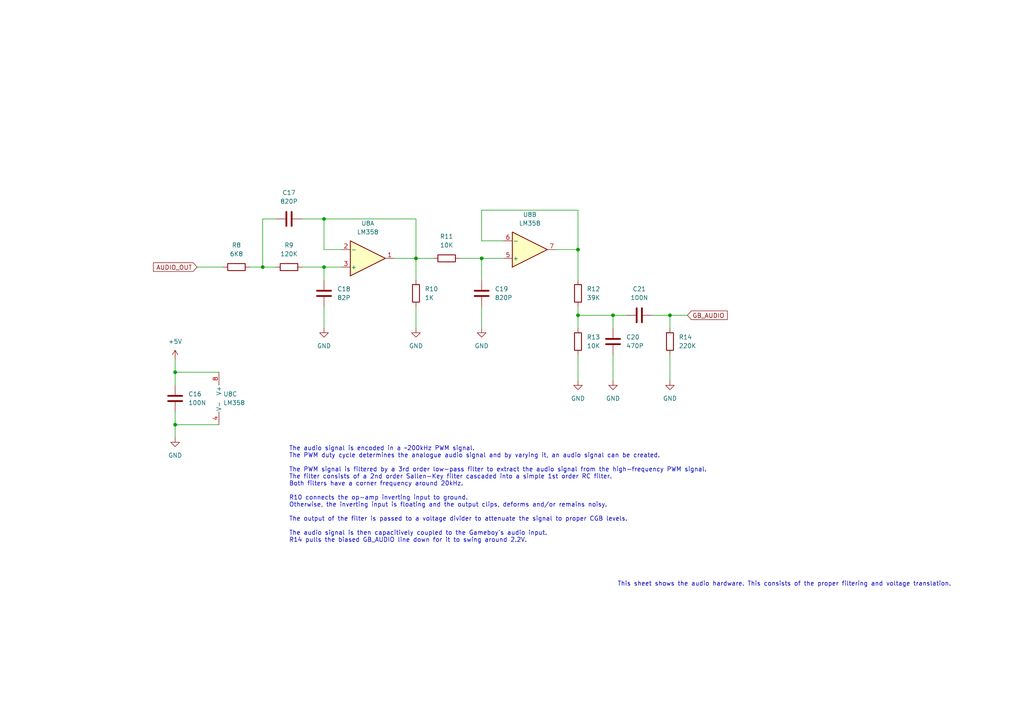
<source format=kicad_sch>
(kicad_sch (version 20211123) (generator eeschema)

  (uuid 8d9fc4b9-2b24-438f-b395-fa5c1c40ec4b)

  (paper "A4")

  (title_block
    (title "Audio")
  )

  (lib_symbols
    (symbol "Amplifier_Operational:LM358" (pin_names (offset 0.127)) (in_bom yes) (on_board yes)
      (property "Reference" "U" (id 0) (at 0 5.08 0)
        (effects (font (size 1.27 1.27)) (justify left))
      )
      (property "Value" "LM358" (id 1) (at 0 -5.08 0)
        (effects (font (size 1.27 1.27)) (justify left))
      )
      (property "Footprint" "" (id 2) (at 0 0 0)
        (effects (font (size 1.27 1.27)) hide)
      )
      (property "Datasheet" "http://www.ti.com/lit/ds/symlink/lm2904-n.pdf" (id 3) (at 0 0 0)
        (effects (font (size 1.27 1.27)) hide)
      )
      (property "ki_locked" "" (id 4) (at 0 0 0)
        (effects (font (size 1.27 1.27)))
      )
      (property "ki_keywords" "dual opamp" (id 5) (at 0 0 0)
        (effects (font (size 1.27 1.27)) hide)
      )
      (property "ki_description" "Low-Power, Dual Operational Amplifiers, DIP-8/SOIC-8/TO-99-8" (id 6) (at 0 0 0)
        (effects (font (size 1.27 1.27)) hide)
      )
      (property "ki_fp_filters" "SOIC*3.9x4.9mm*P1.27mm* DIP*W7.62mm* TO*99* OnSemi*Micro8* TSSOP*3x3mm*P0.65mm* TSSOP*4.4x3mm*P0.65mm* MSOP*3x3mm*P0.65mm* SSOP*3.9x4.9mm*P0.635mm* LFCSP*2x2mm*P0.5mm* *SIP* SOIC*5.3x6.2mm*P1.27mm*" (id 7) (at 0 0 0)
        (effects (font (size 1.27 1.27)) hide)
      )
      (symbol "LM358_1_1"
        (polyline
          (pts
            (xy -5.08 5.08)
            (xy 5.08 0)
            (xy -5.08 -5.08)
            (xy -5.08 5.08)
          )
          (stroke (width 0.254) (type default) (color 0 0 0 0))
          (fill (type background))
        )
        (pin output line (at 7.62 0 180) (length 2.54)
          (name "~" (effects (font (size 1.27 1.27))))
          (number "1" (effects (font (size 1.27 1.27))))
        )
        (pin input line (at -7.62 -2.54 0) (length 2.54)
          (name "-" (effects (font (size 1.27 1.27))))
          (number "2" (effects (font (size 1.27 1.27))))
        )
        (pin input line (at -7.62 2.54 0) (length 2.54)
          (name "+" (effects (font (size 1.27 1.27))))
          (number "3" (effects (font (size 1.27 1.27))))
        )
      )
      (symbol "LM358_2_1"
        (polyline
          (pts
            (xy -5.08 5.08)
            (xy 5.08 0)
            (xy -5.08 -5.08)
            (xy -5.08 5.08)
          )
          (stroke (width 0.254) (type default) (color 0 0 0 0))
          (fill (type background))
        )
        (pin input line (at -7.62 2.54 0) (length 2.54)
          (name "+" (effects (font (size 1.27 1.27))))
          (number "5" (effects (font (size 1.27 1.27))))
        )
        (pin input line (at -7.62 -2.54 0) (length 2.54)
          (name "-" (effects (font (size 1.27 1.27))))
          (number "6" (effects (font (size 1.27 1.27))))
        )
        (pin output line (at 7.62 0 180) (length 2.54)
          (name "~" (effects (font (size 1.27 1.27))))
          (number "7" (effects (font (size 1.27 1.27))))
        )
      )
      (symbol "LM358_3_1"
        (pin power_in line (at -2.54 -7.62 90) (length 3.81)
          (name "V-" (effects (font (size 1.27 1.27))))
          (number "4" (effects (font (size 1.27 1.27))))
        )
        (pin power_in line (at -2.54 7.62 270) (length 3.81)
          (name "V+" (effects (font (size 1.27 1.27))))
          (number "8" (effects (font (size 1.27 1.27))))
        )
      )
    )
    (symbol "Device:C" (pin_numbers hide) (pin_names (offset 0.254)) (in_bom yes) (on_board yes)
      (property "Reference" "C" (id 0) (at 0.635 2.54 0)
        (effects (font (size 1.27 1.27)) (justify left))
      )
      (property "Value" "C" (id 1) (at 0.635 -2.54 0)
        (effects (font (size 1.27 1.27)) (justify left))
      )
      (property "Footprint" "" (id 2) (at 0.9652 -3.81 0)
        (effects (font (size 1.27 1.27)) hide)
      )
      (property "Datasheet" "~" (id 3) (at 0 0 0)
        (effects (font (size 1.27 1.27)) hide)
      )
      (property "ki_keywords" "cap capacitor" (id 4) (at 0 0 0)
        (effects (font (size 1.27 1.27)) hide)
      )
      (property "ki_description" "Unpolarized capacitor" (id 5) (at 0 0 0)
        (effects (font (size 1.27 1.27)) hide)
      )
      (property "ki_fp_filters" "C_*" (id 6) (at 0 0 0)
        (effects (font (size 1.27 1.27)) hide)
      )
      (symbol "C_0_1"
        (polyline
          (pts
            (xy -2.032 -0.762)
            (xy 2.032 -0.762)
          )
          (stroke (width 0.508) (type default) (color 0 0 0 0))
          (fill (type none))
        )
        (polyline
          (pts
            (xy -2.032 0.762)
            (xy 2.032 0.762)
          )
          (stroke (width 0.508) (type default) (color 0 0 0 0))
          (fill (type none))
        )
      )
      (symbol "C_1_1"
        (pin passive line (at 0 3.81 270) (length 2.794)
          (name "~" (effects (font (size 1.27 1.27))))
          (number "1" (effects (font (size 1.27 1.27))))
        )
        (pin passive line (at 0 -3.81 90) (length 2.794)
          (name "~" (effects (font (size 1.27 1.27))))
          (number "2" (effects (font (size 1.27 1.27))))
        )
      )
    )
    (symbol "Device:R" (pin_numbers hide) (pin_names (offset 0)) (in_bom yes) (on_board yes)
      (property "Reference" "R" (id 0) (at 2.032 0 90)
        (effects (font (size 1.27 1.27)))
      )
      (property "Value" "R" (id 1) (at 0 0 90)
        (effects (font (size 1.27 1.27)))
      )
      (property "Footprint" "" (id 2) (at -1.778 0 90)
        (effects (font (size 1.27 1.27)) hide)
      )
      (property "Datasheet" "~" (id 3) (at 0 0 0)
        (effects (font (size 1.27 1.27)) hide)
      )
      (property "ki_keywords" "R res resistor" (id 4) (at 0 0 0)
        (effects (font (size 1.27 1.27)) hide)
      )
      (property "ki_description" "Resistor" (id 5) (at 0 0 0)
        (effects (font (size 1.27 1.27)) hide)
      )
      (property "ki_fp_filters" "R_*" (id 6) (at 0 0 0)
        (effects (font (size 1.27 1.27)) hide)
      )
      (symbol "R_0_1"
        (rectangle (start -1.016 -2.54) (end 1.016 2.54)
          (stroke (width 0.254) (type default) (color 0 0 0 0))
          (fill (type none))
        )
      )
      (symbol "R_1_1"
        (pin passive line (at 0 3.81 270) (length 1.27)
          (name "~" (effects (font (size 1.27 1.27))))
          (number "1" (effects (font (size 1.27 1.27))))
        )
        (pin passive line (at 0 -3.81 90) (length 1.27)
          (name "~" (effects (font (size 1.27 1.27))))
          (number "2" (effects (font (size 1.27 1.27))))
        )
      )
    )
    (symbol "power:+5V" (power) (pin_names (offset 0)) (in_bom yes) (on_board yes)
      (property "Reference" "#PWR" (id 0) (at 0 -3.81 0)
        (effects (font (size 1.27 1.27)) hide)
      )
      (property "Value" "+5V" (id 1) (at 0 3.556 0)
        (effects (font (size 1.27 1.27)))
      )
      (property "Footprint" "" (id 2) (at 0 0 0)
        (effects (font (size 1.27 1.27)) hide)
      )
      (property "Datasheet" "" (id 3) (at 0 0 0)
        (effects (font (size 1.27 1.27)) hide)
      )
      (property "ki_keywords" "power-flag" (id 4) (at 0 0 0)
        (effects (font (size 1.27 1.27)) hide)
      )
      (property "ki_description" "Power symbol creates a global label with name \"+5V\"" (id 5) (at 0 0 0)
        (effects (font (size 1.27 1.27)) hide)
      )
      (symbol "+5V_0_1"
        (polyline
          (pts
            (xy -0.762 1.27)
            (xy 0 2.54)
          )
          (stroke (width 0) (type default) (color 0 0 0 0))
          (fill (type none))
        )
        (polyline
          (pts
            (xy 0 0)
            (xy 0 2.54)
          )
          (stroke (width 0) (type default) (color 0 0 0 0))
          (fill (type none))
        )
        (polyline
          (pts
            (xy 0 2.54)
            (xy 0.762 1.27)
          )
          (stroke (width 0) (type default) (color 0 0 0 0))
          (fill (type none))
        )
      )
      (symbol "+5V_1_1"
        (pin power_in line (at 0 0 90) (length 0) hide
          (name "+5V" (effects (font (size 1.27 1.27))))
          (number "1" (effects (font (size 1.27 1.27))))
        )
      )
    )
    (symbol "power:GND" (power) (pin_names (offset 0)) (in_bom yes) (on_board yes)
      (property "Reference" "#PWR" (id 0) (at 0 -6.35 0)
        (effects (font (size 1.27 1.27)) hide)
      )
      (property "Value" "GND" (id 1) (at 0 -3.81 0)
        (effects (font (size 1.27 1.27)))
      )
      (property "Footprint" "" (id 2) (at 0 0 0)
        (effects (font (size 1.27 1.27)) hide)
      )
      (property "Datasheet" "" (id 3) (at 0 0 0)
        (effects (font (size 1.27 1.27)) hide)
      )
      (property "ki_keywords" "power-flag" (id 4) (at 0 0 0)
        (effects (font (size 1.27 1.27)) hide)
      )
      (property "ki_description" "Power symbol creates a global label with name \"GND\" , ground" (id 5) (at 0 0 0)
        (effects (font (size 1.27 1.27)) hide)
      )
      (symbol "GND_0_1"
        (polyline
          (pts
            (xy 0 0)
            (xy 0 -1.27)
            (xy 1.27 -1.27)
            (xy 0 -2.54)
            (xy -1.27 -1.27)
            (xy 0 -1.27)
          )
          (stroke (width 0) (type default) (color 0 0 0 0))
          (fill (type none))
        )
      )
      (symbol "GND_1_1"
        (pin power_in line (at 0 0 270) (length 0) hide
          (name "GND" (effects (font (size 1.27 1.27))))
          (number "1" (effects (font (size 1.27 1.27))))
        )
      )
    )
  )

  (junction (at 167.64 72.39) (diameter 0) (color 0 0 0 0)
    (uuid 22d96199-75fc-4d1d-9e36-a7d72f0e8bf9)
  )
  (junction (at 50.8 123.19) (diameter 0) (color 0 0 0 0)
    (uuid 2ace7d07-a778-4a8d-9ff7-8ca637e5fec6)
  )
  (junction (at 194.31 91.44) (diameter 0) (color 0 0 0 0)
    (uuid 3e1045a4-4e56-4c71-bcb5-4f3177c0c162)
  )
  (junction (at 93.98 63.5) (diameter 0) (color 0 0 0 0)
    (uuid 401cca75-af61-4c02-8591-ece8441514ed)
  )
  (junction (at 76.2 77.47) (diameter 0) (color 0 0 0 0)
    (uuid 4501dd8a-96c9-486f-812e-127e537e9e86)
  )
  (junction (at 93.98 77.47) (diameter 0) (color 0 0 0 0)
    (uuid 69450348-f90f-44c1-a4d9-7eac5a88c922)
  )
  (junction (at 167.64 91.44) (diameter 0) (color 0 0 0 0)
    (uuid 85b96d91-db7a-4de7-b32d-f36ef8d92fbc)
  )
  (junction (at 50.8 107.95) (diameter 0) (color 0 0 0 0)
    (uuid 9bca7e18-032c-4a8a-b093-b503965c4dfd)
  )
  (junction (at 139.7 74.93) (diameter 0) (color 0 0 0 0)
    (uuid 9ce051ab-177b-4f7d-ae8e-0d8c3f7ec8b0)
  )
  (junction (at 177.8 91.44) (diameter 0) (color 0 0 0 0)
    (uuid cffea27d-01ba-477b-bfed-1b39847d998a)
  )
  (junction (at 120.65 74.93) (diameter 0) (color 0 0 0 0)
    (uuid d231fd47-6ea3-4418-a704-d1c38cb208d6)
  )

  (wire (pts (xy 139.7 74.93) (xy 146.05 74.93))
    (stroke (width 0) (type default) (color 0 0 0 0))
    (uuid 03089215-ad63-45e5-a8d8-ce7214b39bc0)
  )
  (wire (pts (xy 76.2 77.47) (xy 80.01 77.47))
    (stroke (width 0) (type default) (color 0 0 0 0))
    (uuid 0f788854-5962-41af-a757-6386729169fd)
  )
  (wire (pts (xy 93.98 77.47) (xy 99.06 77.47))
    (stroke (width 0) (type default) (color 0 0 0 0))
    (uuid 1678968f-968d-4377-b10a-0e188d6c4eb3)
  )
  (wire (pts (xy 87.63 77.47) (xy 93.98 77.47))
    (stroke (width 0) (type default) (color 0 0 0 0))
    (uuid 18d52ccf-7138-4c41-a6ae-7042add12373)
  )
  (wire (pts (xy 194.31 91.44) (xy 194.31 95.25))
    (stroke (width 0) (type default) (color 0 0 0 0))
    (uuid 19e6060e-d49b-4704-940e-b45128c9c82d)
  )
  (wire (pts (xy 76.2 63.5) (xy 76.2 77.47))
    (stroke (width 0) (type default) (color 0 0 0 0))
    (uuid 1a4256bb-4e62-4a7f-a888-6550c98dcb2f)
  )
  (wire (pts (xy 177.8 91.44) (xy 181.61 91.44))
    (stroke (width 0) (type default) (color 0 0 0 0))
    (uuid 1c8d286e-2957-495d-a7b7-689f829fc943)
  )
  (wire (pts (xy 161.29 72.39) (xy 167.64 72.39))
    (stroke (width 0) (type default) (color 0 0 0 0))
    (uuid 1edd1ee1-c040-45b0-a4be-f146b0c9c4c4)
  )
  (wire (pts (xy 177.8 102.87) (xy 177.8 110.49))
    (stroke (width 0) (type default) (color 0 0 0 0))
    (uuid 1ee6202b-a7a7-45dc-bfb5-70d440f34b9b)
  )
  (wire (pts (xy 120.65 63.5) (xy 120.65 74.93))
    (stroke (width 0) (type default) (color 0 0 0 0))
    (uuid 23fcf0b2-2346-46da-ac00-a0f5af2a5fce)
  )
  (wire (pts (xy 80.01 63.5) (xy 76.2 63.5))
    (stroke (width 0) (type default) (color 0 0 0 0))
    (uuid 25a096a9-6072-4151-97a1-3d9c3ee176ac)
  )
  (wire (pts (xy 93.98 77.47) (xy 93.98 81.28))
    (stroke (width 0) (type default) (color 0 0 0 0))
    (uuid 2d1794e3-325a-42c4-9811-b04af534367b)
  )
  (wire (pts (xy 120.65 74.93) (xy 120.65 81.28))
    (stroke (width 0) (type default) (color 0 0 0 0))
    (uuid 2f4cf114-c70a-4f09-9cab-7263e89402a2)
  )
  (wire (pts (xy 167.64 91.44) (xy 177.8 91.44))
    (stroke (width 0) (type default) (color 0 0 0 0))
    (uuid 3dd13f9c-ffc7-409b-b096-a3014ce942a9)
  )
  (wire (pts (xy 120.65 88.9) (xy 120.65 95.25))
    (stroke (width 0) (type default) (color 0 0 0 0))
    (uuid 41bb2445-06f9-41d7-b3d9-46ff00623194)
  )
  (wire (pts (xy 139.7 69.85) (xy 139.7 60.96))
    (stroke (width 0) (type default) (color 0 0 0 0))
    (uuid 48716155-f70c-423a-8030-4a2d322cc6d9)
  )
  (wire (pts (xy 133.35 74.93) (xy 139.7 74.93))
    (stroke (width 0) (type default) (color 0 0 0 0))
    (uuid 48dde2c6-31e6-4369-b290-892e13a0fdd8)
  )
  (wire (pts (xy 177.8 95.25) (xy 177.8 91.44))
    (stroke (width 0) (type default) (color 0 0 0 0))
    (uuid 4b2b15a0-55ff-4e43-86e8-289c7715a987)
  )
  (wire (pts (xy 50.8 119.38) (xy 50.8 123.19))
    (stroke (width 0) (type default) (color 0 0 0 0))
    (uuid 4fa95655-8496-43ca-9a89-4a7730131bc4)
  )
  (wire (pts (xy 120.65 74.93) (xy 125.73 74.93))
    (stroke (width 0) (type default) (color 0 0 0 0))
    (uuid 5e98ab67-c7f9-4360-8814-5b010397294d)
  )
  (wire (pts (xy 139.7 88.9) (xy 139.7 95.25))
    (stroke (width 0) (type default) (color 0 0 0 0))
    (uuid 612a4aec-f3a8-47dd-ad35-fd33c3563abb)
  )
  (wire (pts (xy 57.15 77.47) (xy 64.77 77.47))
    (stroke (width 0) (type default) (color 0 0 0 0))
    (uuid 638379e3-17b5-45a5-abc2-947c0cee52fa)
  )
  (wire (pts (xy 146.05 69.85) (xy 139.7 69.85))
    (stroke (width 0) (type default) (color 0 0 0 0))
    (uuid 642208bc-3794-4853-aa84-c99b79d3f9cb)
  )
  (wire (pts (xy 50.8 123.19) (xy 63.5 123.19))
    (stroke (width 0) (type default) (color 0 0 0 0))
    (uuid 69a35e49-220f-4795-bd90-ae0eeeb9e9eb)
  )
  (wire (pts (xy 139.7 74.93) (xy 139.7 81.28))
    (stroke (width 0) (type default) (color 0 0 0 0))
    (uuid 7c85e799-636d-47ed-a631-27fb7a52dd3e)
  )
  (wire (pts (xy 93.98 63.5) (xy 93.98 72.39))
    (stroke (width 0) (type default) (color 0 0 0 0))
    (uuid 7dc5758a-eae1-46fe-9162-de433262c1b0)
  )
  (wire (pts (xy 50.8 123.19) (xy 50.8 127))
    (stroke (width 0) (type default) (color 0 0 0 0))
    (uuid 7e11e45a-f747-40a7-a9a2-88b65c340d97)
  )
  (wire (pts (xy 63.5 107.95) (xy 50.8 107.95))
    (stroke (width 0) (type default) (color 0 0 0 0))
    (uuid 8971744b-6738-40c4-b9cb-22738f945495)
  )
  (wire (pts (xy 167.64 72.39) (xy 167.64 81.28))
    (stroke (width 0) (type default) (color 0 0 0 0))
    (uuid 8aa285fd-525c-47db-810d-ca501ce14e53)
  )
  (wire (pts (xy 167.64 91.44) (xy 167.64 95.25))
    (stroke (width 0) (type default) (color 0 0 0 0))
    (uuid 8d2e0e54-2cbd-495a-8c68-470d0844f39e)
  )
  (wire (pts (xy 93.98 63.5) (xy 120.65 63.5))
    (stroke (width 0) (type default) (color 0 0 0 0))
    (uuid 96667262-d5d4-4ca3-a072-28c4c577591a)
  )
  (wire (pts (xy 99.06 72.39) (xy 93.98 72.39))
    (stroke (width 0) (type default) (color 0 0 0 0))
    (uuid a3e26b22-8c77-4821-916e-207e2f4c4249)
  )
  (wire (pts (xy 167.64 88.9) (xy 167.64 91.44))
    (stroke (width 0) (type default) (color 0 0 0 0))
    (uuid a47eacaf-46ff-45d9-9c65-d3f675b8160a)
  )
  (wire (pts (xy 194.31 102.87) (xy 194.31 110.49))
    (stroke (width 0) (type default) (color 0 0 0 0))
    (uuid b77b8273-2316-4440-9728-1f7ab82b5d5e)
  )
  (wire (pts (xy 87.63 63.5) (xy 93.98 63.5))
    (stroke (width 0) (type default) (color 0 0 0 0))
    (uuid c38dde55-8a55-4f7a-b4ae-77a6f1099869)
  )
  (wire (pts (xy 93.98 88.9) (xy 93.98 95.25))
    (stroke (width 0) (type default) (color 0 0 0 0))
    (uuid c81d5e3a-edae-43ec-a2c3-8fc32d02ff53)
  )
  (wire (pts (xy 167.64 102.87) (xy 167.64 110.49))
    (stroke (width 0) (type default) (color 0 0 0 0))
    (uuid ce907233-dc7d-4434-b95a-5a8793282ec3)
  )
  (wire (pts (xy 114.3 74.93) (xy 120.65 74.93))
    (stroke (width 0) (type default) (color 0 0 0 0))
    (uuid cee87cd8-445d-490c-950c-5524084d1a99)
  )
  (wire (pts (xy 189.23 91.44) (xy 194.31 91.44))
    (stroke (width 0) (type default) (color 0 0 0 0))
    (uuid d6c7847a-6d53-4a77-9aea-b2c95b8aa8ae)
  )
  (wire (pts (xy 167.64 60.96) (xy 167.64 72.39))
    (stroke (width 0) (type default) (color 0 0 0 0))
    (uuid da505601-6dd1-493e-ac26-0e94718e2389)
  )
  (wire (pts (xy 50.8 107.95) (xy 50.8 111.76))
    (stroke (width 0) (type default) (color 0 0 0 0))
    (uuid dde82722-f968-4efe-90c6-acc1199746d2)
  )
  (wire (pts (xy 194.31 91.44) (xy 199.39 91.44))
    (stroke (width 0) (type default) (color 0 0 0 0))
    (uuid e0bdae0a-e4f3-4e1c-a52d-73123fc78c17)
  )
  (wire (pts (xy 139.7 60.96) (xy 167.64 60.96))
    (stroke (width 0) (type default) (color 0 0 0 0))
    (uuid e9d6bb95-c949-4bf2-b502-19ac74a12861)
  )
  (wire (pts (xy 72.39 77.47) (xy 76.2 77.47))
    (stroke (width 0) (type default) (color 0 0 0 0))
    (uuid f7b46ddd-60e6-4ceb-b8cd-b319edc41f8b)
  )
  (wire (pts (xy 50.8 104.14) (xy 50.8 107.95))
    (stroke (width 0) (type default) (color 0 0 0 0))
    (uuid fb786158-d40e-424f-a075-be0da2ccf06a)
  )

  (text "This sheet shows the audio hardware. This consists of the proper filtering and voltage translation."
    (at 179.07 170.18 0)
    (effects (font (size 1.27 1.27)) (justify left bottom))
    (uuid 0e673c4d-a7bb-4ddb-9091-3a0d239be11d)
  )
  (text "The audio signal is encoded in a ~200kHz PWM signal.\nThe PWM duty cycle determines the analogue audio signal and by varying it, an audio signal can be created.\n\nThe PWM signal is filtered by a 3rd order low-pass filter to extract the audio signal from the high-frequency PWM signal.\nThe filter consists of a 2nd order Sallen-Key filter cascaded into a simple 1st order RC filter.\nBoth filters have a corner frequency around 20kHz.\n\nR10 connects the op-amp inverting input to ground.\nOtherwise, the inverting input is floating and the output clips, deforms and/or remains noisy.\n\nThe output of the filter is passed to a voltage divider to attenuate the signal to proper CGB levels.\n\nThe audio signal is then capacitively coupled to the Gameboy's audio input.\nR14 pulls the biased GB_AUDIO line down for it to swing around 2.2V."
    (at 83.82 157.48 0)
    (effects (font (size 1.27 1.27)) (justify left bottom))
    (uuid b410244a-9c91-4c15-a20b-345276714b4d)
  )

  (global_label "AUDIO_OUT" (shape input) (at 57.15 77.47 180) (fields_autoplaced)
    (effects (font (size 1.27 1.27)) (justify right))
    (uuid 34ca9a87-b51f-493f-8ce8-2e79b0488d07)
    (property "Intersheet References" "${INTERSHEET_REFS}" (id 0) (at 44.5164 77.3906 0)
      (effects (font (size 1.27 1.27)) (justify right) hide)
    )
  )
  (global_label "GB_AUDIO" (shape input) (at 199.39 91.44 0) (fields_autoplaced)
    (effects (font (size 1.27 1.27)) (justify left))
    (uuid 472f0d9f-e8aa-45ab-ba33-afa7fab86c2b)
    (property "Intersheet References" "${INTERSHEET_REFS}" (id 0) (at 210.935 91.3606 0)
      (effects (font (size 1.27 1.27)) (justify left) hide)
    )
  )

  (symbol (lib_id "Device:R") (at 167.64 85.09 0) (unit 1)
    (in_bom yes) (on_board yes) (fields_autoplaced)
    (uuid 058a981e-46ea-4230-b063-42f6c31bbd7d)
    (property "Reference" "R12" (id 0) (at 170.18 83.8199 0)
      (effects (font (size 1.27 1.27)) (justify left))
    )
    (property "Value" "39K" (id 1) (at 170.18 86.3599 0)
      (effects (font (size 1.27 1.27)) (justify left))
    )
    (property "Footprint" "" (id 2) (at 165.862 85.09 90)
      (effects (font (size 1.27 1.27)) hide)
    )
    (property "Datasheet" "~" (id 3) (at 167.64 85.09 0)
      (effects (font (size 1.27 1.27)) hide)
    )
    (pin "1" (uuid 94ea0216-4ad1-48c3-9646-e8137534cc59))
    (pin "2" (uuid f0591d13-437f-439e-a129-6d813a396434))
  )

  (symbol (lib_id "power:GND") (at 194.31 110.49 0) (unit 1)
    (in_bom yes) (on_board yes) (fields_autoplaced)
    (uuid 17b787ff-0994-4a57-8ec9-aa2256743d06)
    (property "Reference" "#PWR019" (id 0) (at 194.31 116.84 0)
      (effects (font (size 1.27 1.27)) hide)
    )
    (property "Value" "GND" (id 1) (at 194.31 115.57 0))
    (property "Footprint" "" (id 2) (at 194.31 110.49 0)
      (effects (font (size 1.27 1.27)) hide)
    )
    (property "Datasheet" "" (id 3) (at 194.31 110.49 0)
      (effects (font (size 1.27 1.27)) hide)
    )
    (pin "1" (uuid a2241792-1ad9-466d-8b0b-7fd934e95c7c))
  )

  (symbol (lib_id "power:GND") (at 120.65 95.25 0) (unit 1)
    (in_bom yes) (on_board yes) (fields_autoplaced)
    (uuid 1a8d6324-fabc-4580-9cf4-5d0f64c57614)
    (property "Reference" "#PWR015" (id 0) (at 120.65 101.6 0)
      (effects (font (size 1.27 1.27)) hide)
    )
    (property "Value" "GND" (id 1) (at 120.65 100.33 0))
    (property "Footprint" "" (id 2) (at 120.65 95.25 0)
      (effects (font (size 1.27 1.27)) hide)
    )
    (property "Datasheet" "" (id 3) (at 120.65 95.25 0)
      (effects (font (size 1.27 1.27)) hide)
    )
    (pin "1" (uuid e261b852-0b31-4838-a2fa-64fef0005c99))
  )

  (symbol (lib_id "Device:C") (at 185.42 91.44 90) (unit 1)
    (in_bom yes) (on_board yes) (fields_autoplaced)
    (uuid 504d6a0a-ed6c-440f-ae9d-d48f75267748)
    (property "Reference" "C21" (id 0) (at 185.42 83.82 90))
    (property "Value" "100N" (id 1) (at 185.42 86.36 90))
    (property "Footprint" "" (id 2) (at 189.23 90.4748 0)
      (effects (font (size 1.27 1.27)) hide)
    )
    (property "Datasheet" "~" (id 3) (at 185.42 91.44 0)
      (effects (font (size 1.27 1.27)) hide)
    )
    (pin "1" (uuid 5092397e-6db0-464c-9dda-9c64b03d5c5a))
    (pin "2" (uuid a98072e6-f8eb-4691-bd84-70b5447f4440))
  )

  (symbol (lib_id "Device:C") (at 83.82 63.5 90) (unit 1)
    (in_bom yes) (on_board yes) (fields_autoplaced)
    (uuid 51df258e-dfe3-4c62-9101-c990ba6a19a6)
    (property "Reference" "C17" (id 0) (at 83.82 55.88 90))
    (property "Value" "820P" (id 1) (at 83.82 58.42 90))
    (property "Footprint" "" (id 2) (at 87.63 62.5348 0)
      (effects (font (size 1.27 1.27)) hide)
    )
    (property "Datasheet" "~" (id 3) (at 83.82 63.5 0)
      (effects (font (size 1.27 1.27)) hide)
    )
    (pin "1" (uuid 35a575e5-7e0b-4624-9431-b15d63de581e))
    (pin "2" (uuid d5962ba9-e091-4500-aecd-bfe4d1ad6366))
  )

  (symbol (lib_id "Amplifier_Operational:LM358") (at 106.68 74.93 0) (mirror x) (unit 1)
    (in_bom yes) (on_board yes) (fields_autoplaced)
    (uuid 53b15f8d-2bd4-4e8b-a7f8-9bcd21dfe18c)
    (property "Reference" "U8" (id 0) (at 106.68 64.77 0))
    (property "Value" "LM358" (id 1) (at 106.68 67.31 0))
    (property "Footprint" "" (id 2) (at 106.68 74.93 0)
      (effects (font (size 1.27 1.27)) hide)
    )
    (property "Datasheet" "http://www.ti.com/lit/ds/symlink/lm2904-n.pdf" (id 3) (at 106.68 74.93 0)
      (effects (font (size 1.27 1.27)) hide)
    )
    (pin "1" (uuid d52aa0b9-9ff9-4472-a3e2-30327549f747))
    (pin "2" (uuid b2e2e89a-b42c-4e55-b024-e1dc08a4ded3))
    (pin "3" (uuid c0238134-b46d-42a1-9fdb-86790b8a110e))
  )

  (symbol (lib_id "Device:C") (at 139.7 85.09 0) (unit 1)
    (in_bom yes) (on_board yes) (fields_autoplaced)
    (uuid 75a9ffd0-6d9e-4d55-bd93-1b1ce7e243dc)
    (property "Reference" "C19" (id 0) (at 143.51 83.8199 0)
      (effects (font (size 1.27 1.27)) (justify left))
    )
    (property "Value" "820P" (id 1) (at 143.51 86.3599 0)
      (effects (font (size 1.27 1.27)) (justify left))
    )
    (property "Footprint" "" (id 2) (at 140.6652 88.9 0)
      (effects (font (size 1.27 1.27)) hide)
    )
    (property "Datasheet" "~" (id 3) (at 139.7 85.09 0)
      (effects (font (size 1.27 1.27)) hide)
    )
    (pin "1" (uuid 5fbecf37-70f5-4843-8ea8-02a3c8e8ab7b))
    (pin "2" (uuid c4d3ed1f-9f50-472a-a81c-4500c3f26eaa))
  )

  (symbol (lib_id "Device:R") (at 194.31 99.06 0) (unit 1)
    (in_bom yes) (on_board yes) (fields_autoplaced)
    (uuid 80556cb5-d678-49ef-8500-e5ea1deabb84)
    (property "Reference" "R14" (id 0) (at 196.85 97.7899 0)
      (effects (font (size 1.27 1.27)) (justify left))
    )
    (property "Value" "220K" (id 1) (at 196.85 100.3299 0)
      (effects (font (size 1.27 1.27)) (justify left))
    )
    (property "Footprint" "" (id 2) (at 192.532 99.06 90)
      (effects (font (size 1.27 1.27)) hide)
    )
    (property "Datasheet" "~" (id 3) (at 194.31 99.06 0)
      (effects (font (size 1.27 1.27)) hide)
    )
    (pin "1" (uuid 93654e1c-3120-460c-8441-44fb7c4b5e5c))
    (pin "2" (uuid 92433f8c-16e3-46f2-9a3e-e505d801c35a))
  )

  (symbol (lib_id "Device:R") (at 129.54 74.93 90) (unit 1)
    (in_bom yes) (on_board yes) (fields_autoplaced)
    (uuid 839682a1-1960-40a2-85cd-a5969e23e021)
    (property "Reference" "R11" (id 0) (at 129.54 68.58 90))
    (property "Value" "10K" (id 1) (at 129.54 71.12 90))
    (property "Footprint" "" (id 2) (at 129.54 76.708 90)
      (effects (font (size 1.27 1.27)) hide)
    )
    (property "Datasheet" "~" (id 3) (at 129.54 74.93 0)
      (effects (font (size 1.27 1.27)) hide)
    )
    (pin "1" (uuid edbf484e-3a60-4b37-842d-93f7cfe477cd))
    (pin "2" (uuid 54e7c127-214a-4cf8-9905-2617a540cd8f))
  )

  (symbol (lib_id "Amplifier_Operational:LM358") (at 66.04 115.57 0) (unit 3)
    (in_bom yes) (on_board yes) (fields_autoplaced)
    (uuid 8a329812-d971-4a7f-8df2-892e21b2571c)
    (property "Reference" "U8" (id 0) (at 64.77 114.2999 0)
      (effects (font (size 1.27 1.27)) (justify left))
    )
    (property "Value" "LM358" (id 1) (at 64.77 116.8399 0)
      (effects (font (size 1.27 1.27)) (justify left))
    )
    (property "Footprint" "" (id 2) (at 66.04 115.57 0)
      (effects (font (size 1.27 1.27)) hide)
    )
    (property "Datasheet" "http://www.ti.com/lit/ds/symlink/lm2904-n.pdf" (id 3) (at 66.04 115.57 0)
      (effects (font (size 1.27 1.27)) hide)
    )
    (pin "4" (uuid 8ceb10d5-58af-4ce5-9f89-1467182cf59f))
    (pin "8" (uuid 92ee7019-c64e-4844-a58c-6ca3886c740a))
  )

  (symbol (lib_id "Device:R") (at 120.65 85.09 0) (unit 1)
    (in_bom yes) (on_board yes) (fields_autoplaced)
    (uuid 957d3c53-d771-46db-870d-6c905335654b)
    (property "Reference" "R10" (id 0) (at 123.19 83.8199 0)
      (effects (font (size 1.27 1.27)) (justify left))
    )
    (property "Value" "1K" (id 1) (at 123.19 86.3599 0)
      (effects (font (size 1.27 1.27)) (justify left))
    )
    (property "Footprint" "" (id 2) (at 118.872 85.09 90)
      (effects (font (size 1.27 1.27)) hide)
    )
    (property "Datasheet" "~" (id 3) (at 120.65 85.09 0)
      (effects (font (size 1.27 1.27)) hide)
    )
    (pin "1" (uuid 2c7005ea-45d1-49fc-a7cd-d2d75bfd6fc9))
    (pin "2" (uuid 77c4561f-7c35-4f32-90d4-ba141bd3b063))
  )

  (symbol (lib_id "Amplifier_Operational:LM358") (at 153.67 72.39 0) (mirror x) (unit 2)
    (in_bom yes) (on_board yes) (fields_autoplaced)
    (uuid 988b05c2-3359-4aac-b98b-94b8b7adc93a)
    (property "Reference" "U8" (id 0) (at 153.67 62.23 0))
    (property "Value" "LM358" (id 1) (at 153.67 64.77 0))
    (property "Footprint" "" (id 2) (at 153.67 72.39 0)
      (effects (font (size 1.27 1.27)) hide)
    )
    (property "Datasheet" "http://www.ti.com/lit/ds/symlink/lm2904-n.pdf" (id 3) (at 153.67 72.39 0)
      (effects (font (size 1.27 1.27)) hide)
    )
    (pin "5" (uuid daf765aa-b368-4f7f-be33-1c02d507b965))
    (pin "6" (uuid 420d34b4-3010-4c28-8f50-a13c623352af))
    (pin "7" (uuid 240ed4a4-595b-4800-9de6-f15adeb656b5))
  )

  (symbol (lib_id "power:GND") (at 93.98 95.25 0) (unit 1)
    (in_bom yes) (on_board yes) (fields_autoplaced)
    (uuid 9d642235-ec73-4c0b-bcb4-693f9c6ab26b)
    (property "Reference" "#PWR014" (id 0) (at 93.98 101.6 0)
      (effects (font (size 1.27 1.27)) hide)
    )
    (property "Value" "GND" (id 1) (at 93.98 100.33 0))
    (property "Footprint" "" (id 2) (at 93.98 95.25 0)
      (effects (font (size 1.27 1.27)) hide)
    )
    (property "Datasheet" "" (id 3) (at 93.98 95.25 0)
      (effects (font (size 1.27 1.27)) hide)
    )
    (pin "1" (uuid 1c8cbe4a-4de1-42dc-8784-b2ae79b1d79c))
  )

  (symbol (lib_id "Device:C") (at 93.98 85.09 0) (unit 1)
    (in_bom yes) (on_board yes) (fields_autoplaced)
    (uuid ad288c61-5b0c-40db-a8c3-2211b0dd5a3a)
    (property "Reference" "C18" (id 0) (at 97.79 83.8199 0)
      (effects (font (size 1.27 1.27)) (justify left))
    )
    (property "Value" "82P" (id 1) (at 97.79 86.3599 0)
      (effects (font (size 1.27 1.27)) (justify left))
    )
    (property "Footprint" "" (id 2) (at 94.9452 88.9 0)
      (effects (font (size 1.27 1.27)) hide)
    )
    (property "Datasheet" "~" (id 3) (at 93.98 85.09 0)
      (effects (font (size 1.27 1.27)) hide)
    )
    (pin "1" (uuid b3ee6ba3-c49e-48bb-8f59-e1c853c81e7f))
    (pin "2" (uuid f5980574-f6be-47dc-b1ab-8921df9fe709))
  )

  (symbol (lib_id "power:GND") (at 50.8 127 0) (unit 1)
    (in_bom yes) (on_board yes) (fields_autoplaced)
    (uuid ba08af7e-b791-4509-9e28-3aa7e630b573)
    (property "Reference" "#PWR013" (id 0) (at 50.8 133.35 0)
      (effects (font (size 1.27 1.27)) hide)
    )
    (property "Value" "GND" (id 1) (at 50.8 132.08 0))
    (property "Footprint" "" (id 2) (at 50.8 127 0)
      (effects (font (size 1.27 1.27)) hide)
    )
    (property "Datasheet" "" (id 3) (at 50.8 127 0)
      (effects (font (size 1.27 1.27)) hide)
    )
    (pin "1" (uuid ffbca7eb-632e-44e4-a055-e444b1ba9436))
  )

  (symbol (lib_id "power:+5V") (at 50.8 104.14 0) (unit 1)
    (in_bom yes) (on_board yes) (fields_autoplaced)
    (uuid ce69169d-a0c9-4535-81e6-d49c354f4739)
    (property "Reference" "#PWR012" (id 0) (at 50.8 107.95 0)
      (effects (font (size 1.27 1.27)) hide)
    )
    (property "Value" "+5V" (id 1) (at 50.8 99.06 0))
    (property "Footprint" "" (id 2) (at 50.8 104.14 0)
      (effects (font (size 1.27 1.27)) hide)
    )
    (property "Datasheet" "" (id 3) (at 50.8 104.14 0)
      (effects (font (size 1.27 1.27)) hide)
    )
    (pin "1" (uuid 8efc1e60-31ad-4cba-8a30-059e3dd08d28))
  )

  (symbol (lib_id "power:GND") (at 167.64 110.49 0) (unit 1)
    (in_bom yes) (on_board yes) (fields_autoplaced)
    (uuid d353044a-8636-4ba3-a449-e69def513409)
    (property "Reference" "#PWR017" (id 0) (at 167.64 116.84 0)
      (effects (font (size 1.27 1.27)) hide)
    )
    (property "Value" "GND" (id 1) (at 167.64 115.57 0))
    (property "Footprint" "" (id 2) (at 167.64 110.49 0)
      (effects (font (size 1.27 1.27)) hide)
    )
    (property "Datasheet" "" (id 3) (at 167.64 110.49 0)
      (effects (font (size 1.27 1.27)) hide)
    )
    (pin "1" (uuid b55ec35f-128d-4bd1-9575-01653ebfbe21))
  )

  (symbol (lib_id "Device:C") (at 50.8 115.57 180) (unit 1)
    (in_bom yes) (on_board yes) (fields_autoplaced)
    (uuid d40b93f4-e5ce-4496-b305-582815640b32)
    (property "Reference" "C16" (id 0) (at 54.61 114.2999 0)
      (effects (font (size 1.27 1.27)) (justify right))
    )
    (property "Value" "100N" (id 1) (at 54.61 116.8399 0)
      (effects (font (size 1.27 1.27)) (justify right))
    )
    (property "Footprint" "" (id 2) (at 49.8348 111.76 0)
      (effects (font (size 1.27 1.27)) hide)
    )
    (property "Datasheet" "~" (id 3) (at 50.8 115.57 0)
      (effects (font (size 1.27 1.27)) hide)
    )
    (pin "1" (uuid ef2288ac-1657-4ac1-8ea2-a022001ad399))
    (pin "2" (uuid 8081f6fd-8c6b-4221-ad89-ff7f3b45cea2))
  )

  (symbol (lib_id "Device:R") (at 68.58 77.47 90) (unit 1)
    (in_bom yes) (on_board yes) (fields_autoplaced)
    (uuid d9da992c-40d4-4ad0-a2f7-90881b460125)
    (property "Reference" "R8" (id 0) (at 68.58 71.12 90))
    (property "Value" "6K8" (id 1) (at 68.58 73.66 90))
    (property "Footprint" "" (id 2) (at 68.58 79.248 90)
      (effects (font (size 1.27 1.27)) hide)
    )
    (property "Datasheet" "~" (id 3) (at 68.58 77.47 0)
      (effects (font (size 1.27 1.27)) hide)
    )
    (pin "1" (uuid 3ca4a1d2-14b6-475c-87a2-714738f919e6))
    (pin "2" (uuid 0ebe6ea4-4879-4915-9195-46bb05a5a836))
  )

  (symbol (lib_id "power:GND") (at 177.8 110.49 0) (unit 1)
    (in_bom yes) (on_board yes) (fields_autoplaced)
    (uuid e3cd2cce-8f4a-4cfe-9429-3267b17a5ff8)
    (property "Reference" "#PWR018" (id 0) (at 177.8 116.84 0)
      (effects (font (size 1.27 1.27)) hide)
    )
    (property "Value" "GND" (id 1) (at 177.8 115.57 0))
    (property "Footprint" "" (id 2) (at 177.8 110.49 0)
      (effects (font (size 1.27 1.27)) hide)
    )
    (property "Datasheet" "" (id 3) (at 177.8 110.49 0)
      (effects (font (size 1.27 1.27)) hide)
    )
    (pin "1" (uuid 8404c8ed-cd6d-4798-af57-69617132819b))
  )

  (symbol (lib_id "Device:R") (at 83.82 77.47 90) (unit 1)
    (in_bom yes) (on_board yes) (fields_autoplaced)
    (uuid f411b778-3c7a-434c-b87b-ffb4ee5ec880)
    (property "Reference" "R9" (id 0) (at 83.82 71.12 90))
    (property "Value" "120K" (id 1) (at 83.82 73.66 90))
    (property "Footprint" "" (id 2) (at 83.82 79.248 90)
      (effects (font (size 1.27 1.27)) hide)
    )
    (property "Datasheet" "~" (id 3) (at 83.82 77.47 0)
      (effects (font (size 1.27 1.27)) hide)
    )
    (pin "1" (uuid 437e35de-81e4-4eb7-b1cf-d4e27ee5d9e3))
    (pin "2" (uuid 95762896-c05d-41d3-8182-04c5fa20b1f4))
  )

  (symbol (lib_id "Device:R") (at 167.64 99.06 0) (unit 1)
    (in_bom yes) (on_board yes) (fields_autoplaced)
    (uuid f7435aa5-2dd1-4d0e-9160-9e8a6233a92a)
    (property "Reference" "R13" (id 0) (at 170.18 97.7899 0)
      (effects (font (size 1.27 1.27)) (justify left))
    )
    (property "Value" "10K" (id 1) (at 170.18 100.3299 0)
      (effects (font (size 1.27 1.27)) (justify left))
    )
    (property "Footprint" "" (id 2) (at 165.862 99.06 90)
      (effects (font (size 1.27 1.27)) hide)
    )
    (property "Datasheet" "~" (id 3) (at 167.64 99.06 0)
      (effects (font (size 1.27 1.27)) hide)
    )
    (pin "1" (uuid 5de5e99c-a02b-4c47-b08b-bf86694a1b74))
    (pin "2" (uuid 496346c3-2fa0-4f0a-bc7e-7a6194abd05b))
  )

  (symbol (lib_id "power:GND") (at 139.7 95.25 0) (unit 1)
    (in_bom yes) (on_board yes) (fields_autoplaced)
    (uuid fa726952-0ffe-462f-a32b-4cf1be423fcf)
    (property "Reference" "#PWR016" (id 0) (at 139.7 101.6 0)
      (effects (font (size 1.27 1.27)) hide)
    )
    (property "Value" "GND" (id 1) (at 139.7 100.33 0))
    (property "Footprint" "" (id 2) (at 139.7 95.25 0)
      (effects (font (size 1.27 1.27)) hide)
    )
    (property "Datasheet" "" (id 3) (at 139.7 95.25 0)
      (effects (font (size 1.27 1.27)) hide)
    )
    (pin "1" (uuid a5e1243f-b289-4706-8453-0e2577c3f631))
  )

  (symbol (lib_id "Device:C") (at 177.8 99.06 0) (unit 1)
    (in_bom yes) (on_board yes) (fields_autoplaced)
    (uuid fff92b55-e8f9-44c9-bcc2-76cc02092ca8)
    (property "Reference" "C20" (id 0) (at 181.61 97.7899 0)
      (effects (font (size 1.27 1.27)) (justify left))
    )
    (property "Value" "470P" (id 1) (at 181.61 100.3299 0)
      (effects (font (size 1.27 1.27)) (justify left))
    )
    (property "Footprint" "" (id 2) (at 178.7652 102.87 0)
      (effects (font (size 1.27 1.27)) hide)
    )
    (property "Datasheet" "~" (id 3) (at 177.8 99.06 0)
      (effects (font (size 1.27 1.27)) hide)
    )
    (pin "1" (uuid 9508225d-2c3b-42dd-9342-5a2bc0d1d485))
    (pin "2" (uuid 263f25c8-c873-4393-b06c-dccf48437ca7))
  )
)

</source>
